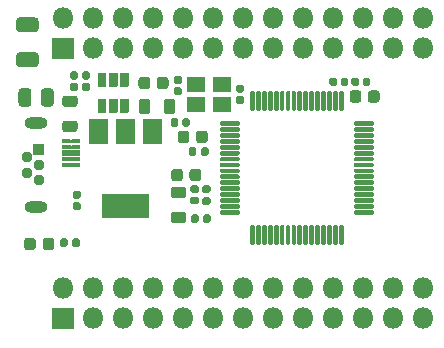
<source format=gbr>
%TF.GenerationSoftware,KiCad,Pcbnew,(5.1.8-0-10_14)*%
%TF.CreationDate,2020-11-28T23:42:33+01:00*%
%TF.ProjectId,FT2232Breakout,46543232-3332-4427-9265-616b6f75742e,rev?*%
%TF.SameCoordinates,Original*%
%TF.FileFunction,Soldermask,Top*%
%TF.FilePolarity,Negative*%
%FSLAX46Y46*%
G04 Gerber Fmt 4.6, Leading zero omitted, Abs format (unit mm)*
G04 Created by KiCad (PCBNEW (5.1.8-0-10_14)) date 2020-11-28 23:42:33*
%MOMM*%
%LPD*%
G01*
G04 APERTURE LIST*
%ADD10O,1.800000X1.800000*%
%ADD11O,1.950000X0.950000*%
%ADD12C,0.940000*%
G04 APERTURE END LIST*
%TO.C,R106*%
G36*
G01*
X109610000Y-94990000D02*
X109610000Y-95410000D01*
G75*
G02*
X109450000Y-95570000I-160000J0D01*
G01*
X109130000Y-95570000D01*
G75*
G02*
X108970000Y-95410000I0J160000D01*
G01*
X108970000Y-94990000D01*
G75*
G02*
X109130000Y-94830000I160000J0D01*
G01*
X109450000Y-94830000D01*
G75*
G02*
X109610000Y-94990000I0J-160000D01*
G01*
G37*
G36*
G01*
X110630000Y-94990000D02*
X110630000Y-95410000D01*
G75*
G02*
X110470000Y-95570000I-160000J0D01*
G01*
X110150000Y-95570000D01*
G75*
G02*
X109990000Y-95410000I0J160000D01*
G01*
X109990000Y-94990000D01*
G75*
G02*
X110150000Y-94830000I160000J0D01*
G01*
X110470000Y-94830000D01*
G75*
G02*
X110630000Y-94990000I0J-160000D01*
G01*
G37*
%TD*%
%TO.C,D101*%
G36*
G01*
X107500000Y-95581250D02*
X107500000Y-95018750D01*
G75*
G02*
X107743750Y-94775000I243750J0D01*
G01*
X108231250Y-94775000D01*
G75*
G02*
X108475000Y-95018750I0J-243750D01*
G01*
X108475000Y-95581250D01*
G75*
G02*
X108231250Y-95825000I-243750J0D01*
G01*
X107743750Y-95825000D01*
G75*
G02*
X107500000Y-95581250I0J243750D01*
G01*
G37*
G36*
G01*
X105925000Y-95581250D02*
X105925000Y-95018750D01*
G75*
G02*
X106168750Y-94775000I243750J0D01*
G01*
X106656250Y-94775000D01*
G75*
G02*
X106900000Y-95018750I0J-243750D01*
G01*
X106900000Y-95581250D01*
G75*
G02*
X106656250Y-95825000I-243750J0D01*
G01*
X106168750Y-95825000D01*
G75*
G02*
X105925000Y-95581250I0J243750D01*
G01*
G37*
%TD*%
%TO.C,C103*%
G36*
G01*
X119925000Y-85955000D02*
X119925000Y-86505000D01*
G75*
G02*
X119675000Y-86755000I-250000J0D01*
G01*
X119175000Y-86755000D01*
G75*
G02*
X118925000Y-86505000I0J250000D01*
G01*
X118925000Y-85955000D01*
G75*
G02*
X119175000Y-85705000I250000J0D01*
G01*
X119675000Y-85705000D01*
G75*
G02*
X119925000Y-85955000I0J-250000D01*
G01*
G37*
G36*
G01*
X121475000Y-85955000D02*
X121475000Y-86505000D01*
G75*
G02*
X121225000Y-86755000I-250000J0D01*
G01*
X120725000Y-86755000D01*
G75*
G02*
X120475000Y-86505000I0J250000D01*
G01*
X120475000Y-85955000D01*
G75*
G02*
X120725000Y-85705000I250000J0D01*
G01*
X121225000Y-85705000D01*
G75*
G02*
X121475000Y-85955000I0J-250000D01*
G01*
G37*
%TD*%
%TO.C,R105*%
G36*
G01*
X121080000Y-93360000D02*
X121080000Y-92940000D01*
G75*
G02*
X121240000Y-92780000I160000J0D01*
G01*
X121560000Y-92780000D01*
G75*
G02*
X121720000Y-92940000I0J-160000D01*
G01*
X121720000Y-93360000D01*
G75*
G02*
X121560000Y-93520000I-160000J0D01*
G01*
X121240000Y-93520000D01*
G75*
G02*
X121080000Y-93360000I0J160000D01*
G01*
G37*
G36*
G01*
X120060000Y-93360000D02*
X120060000Y-92940000D01*
G75*
G02*
X120220000Y-92780000I160000J0D01*
G01*
X120540000Y-92780000D01*
G75*
G02*
X120700000Y-92940000I0J-160000D01*
G01*
X120700000Y-93360000D01*
G75*
G02*
X120540000Y-93520000I-160000J0D01*
G01*
X120220000Y-93520000D01*
G75*
G02*
X120060000Y-93360000I0J160000D01*
G01*
G37*
%TD*%
%TO.C,Y101*%
G36*
G01*
X123430000Y-82910000D02*
X123430000Y-84110000D01*
G75*
G02*
X123380000Y-84160000I-50000J0D01*
G01*
X121980000Y-84160000D01*
G75*
G02*
X121930000Y-84110000I0J50000D01*
G01*
X121930000Y-82910000D01*
G75*
G02*
X121980000Y-82860000I50000J0D01*
G01*
X123380000Y-82860000D01*
G75*
G02*
X123430000Y-82910000I0J-50000D01*
G01*
G37*
G36*
G01*
X121230000Y-82910000D02*
X121230000Y-84110000D01*
G75*
G02*
X121180000Y-84160000I-50000J0D01*
G01*
X119780000Y-84160000D01*
G75*
G02*
X119730000Y-84110000I0J50000D01*
G01*
X119730000Y-82910000D01*
G75*
G02*
X119780000Y-82860000I50000J0D01*
G01*
X121180000Y-82860000D01*
G75*
G02*
X121230000Y-82910000I0J-50000D01*
G01*
G37*
G36*
G01*
X121230000Y-81210000D02*
X121230000Y-82410000D01*
G75*
G02*
X121180000Y-82460000I-50000J0D01*
G01*
X119780000Y-82460000D01*
G75*
G02*
X119730000Y-82410000I0J50000D01*
G01*
X119730000Y-81210000D01*
G75*
G02*
X119780000Y-81160000I50000J0D01*
G01*
X121180000Y-81160000D01*
G75*
G02*
X121230000Y-81210000I0J-50000D01*
G01*
G37*
G36*
G01*
X123430000Y-81210000D02*
X123430000Y-82410000D01*
G75*
G02*
X123380000Y-82460000I-50000J0D01*
G01*
X121980000Y-82460000D01*
G75*
G02*
X121930000Y-82410000I0J50000D01*
G01*
X121930000Y-81210000D01*
G75*
G02*
X121980000Y-81160000I50000J0D01*
G01*
X123380000Y-81160000D01*
G75*
G02*
X123430000Y-81210000I0J-50000D01*
G01*
G37*
%TD*%
%TO.C,U402*%
G36*
G01*
X110600000Y-88275000D02*
X109975000Y-88275000D01*
G75*
G02*
X109925000Y-88225000I0J50000D01*
G01*
X109925000Y-87975000D01*
G75*
G02*
X109975000Y-87925000I50000J0D01*
G01*
X110600000Y-87925000D01*
G75*
G02*
X110650000Y-87975000I0J-50000D01*
G01*
X110650000Y-88225000D01*
G75*
G02*
X110600000Y-88275000I-50000J0D01*
G01*
G37*
G36*
G01*
X110600000Y-87875000D02*
X109900000Y-87875000D01*
G75*
G02*
X109850000Y-87825000I0J50000D01*
G01*
X109850000Y-87375000D01*
G75*
G02*
X109900000Y-87325000I50000J0D01*
G01*
X110600000Y-87325000D01*
G75*
G02*
X110650000Y-87375000I0J-50000D01*
G01*
X110650000Y-87825000D01*
G75*
G02*
X110600000Y-87875000I-50000J0D01*
G01*
G37*
G36*
G01*
X110600000Y-88775000D02*
X109975000Y-88775000D01*
G75*
G02*
X109925000Y-88725000I0J50000D01*
G01*
X109925000Y-88475000D01*
G75*
G02*
X109975000Y-88425000I50000J0D01*
G01*
X110600000Y-88425000D01*
G75*
G02*
X110650000Y-88475000I0J-50000D01*
G01*
X110650000Y-88725000D01*
G75*
G02*
X110600000Y-88775000I-50000J0D01*
G01*
G37*
G36*
G01*
X110600000Y-87275000D02*
X109975000Y-87275000D01*
G75*
G02*
X109925000Y-87225000I0J50000D01*
G01*
X109925000Y-86975000D01*
G75*
G02*
X109975000Y-86925000I50000J0D01*
G01*
X110600000Y-86925000D01*
G75*
G02*
X110650000Y-86975000I0J-50000D01*
G01*
X110650000Y-87225000D01*
G75*
G02*
X110600000Y-87275000I-50000J0D01*
G01*
G37*
G36*
G01*
X109825000Y-88775000D02*
X109200000Y-88775000D01*
G75*
G02*
X109150000Y-88725000I0J50000D01*
G01*
X109150000Y-88475000D01*
G75*
G02*
X109200000Y-88425000I50000J0D01*
G01*
X109825000Y-88425000D01*
G75*
G02*
X109875000Y-88475000I0J-50000D01*
G01*
X109875000Y-88725000D01*
G75*
G02*
X109825000Y-88775000I-50000J0D01*
G01*
G37*
G36*
G01*
X109825000Y-88275000D02*
X109200000Y-88275000D01*
G75*
G02*
X109150000Y-88225000I0J50000D01*
G01*
X109150000Y-87975000D01*
G75*
G02*
X109200000Y-87925000I50000J0D01*
G01*
X109825000Y-87925000D01*
G75*
G02*
X109875000Y-87975000I0J-50000D01*
G01*
X109875000Y-88225000D01*
G75*
G02*
X109825000Y-88275000I-50000J0D01*
G01*
G37*
G36*
G01*
X110600000Y-86775000D02*
X109975000Y-86775000D01*
G75*
G02*
X109925000Y-86725000I0J50000D01*
G01*
X109925000Y-86475000D01*
G75*
G02*
X109975000Y-86425000I50000J0D01*
G01*
X110600000Y-86425000D01*
G75*
G02*
X110650000Y-86475000I0J-50000D01*
G01*
X110650000Y-86725000D01*
G75*
G02*
X110600000Y-86775000I-50000J0D01*
G01*
G37*
G36*
G01*
X109775000Y-87875000D02*
X109200000Y-87875000D01*
G75*
G02*
X109150000Y-87825000I0J50000D01*
G01*
X109150000Y-87375000D01*
G75*
G02*
X109200000Y-87325000I50000J0D01*
G01*
X109775000Y-87325000D01*
G75*
G02*
X109825000Y-87375000I0J-50000D01*
G01*
X109825000Y-87825000D01*
G75*
G02*
X109775000Y-87875000I-50000J0D01*
G01*
G37*
G36*
G01*
X109825000Y-86775000D02*
X109200000Y-86775000D01*
G75*
G02*
X109150000Y-86725000I0J50000D01*
G01*
X109150000Y-86475000D01*
G75*
G02*
X109200000Y-86425000I50000J0D01*
G01*
X109825000Y-86425000D01*
G75*
G02*
X109875000Y-86475000I0J-50000D01*
G01*
X109875000Y-86725000D01*
G75*
G02*
X109825000Y-86775000I-50000J0D01*
G01*
G37*
G36*
G01*
X109825000Y-87275000D02*
X109200000Y-87275000D01*
G75*
G02*
X109150000Y-87225000I0J50000D01*
G01*
X109150000Y-86975000D01*
G75*
G02*
X109200000Y-86925000I50000J0D01*
G01*
X109825000Y-86925000D01*
G75*
G02*
X109875000Y-86975000I0J-50000D01*
G01*
X109875000Y-87225000D01*
G75*
G02*
X109825000Y-87275000I-50000J0D01*
G01*
G37*
%TD*%
%TO.C,U103*%
G36*
G01*
X125070000Y-83910000D02*
X125070000Y-82460000D01*
G75*
G02*
X125170000Y-82360000I100000J0D01*
G01*
X125370000Y-82360000D01*
G75*
G02*
X125470000Y-82460000I0J-100000D01*
G01*
X125470000Y-83910000D01*
G75*
G02*
X125370000Y-84010000I-100000J0D01*
G01*
X125170000Y-84010000D01*
G75*
G02*
X125070000Y-83910000I0J100000D01*
G01*
G37*
G36*
G01*
X125570000Y-83910000D02*
X125570000Y-82460000D01*
G75*
G02*
X125670000Y-82360000I100000J0D01*
G01*
X125870000Y-82360000D01*
G75*
G02*
X125970000Y-82460000I0J-100000D01*
G01*
X125970000Y-83910000D01*
G75*
G02*
X125870000Y-84010000I-100000J0D01*
G01*
X125670000Y-84010000D01*
G75*
G02*
X125570000Y-83910000I0J100000D01*
G01*
G37*
G36*
G01*
X126070000Y-83910000D02*
X126070000Y-82460000D01*
G75*
G02*
X126170000Y-82360000I100000J0D01*
G01*
X126370000Y-82360000D01*
G75*
G02*
X126470000Y-82460000I0J-100000D01*
G01*
X126470000Y-83910000D01*
G75*
G02*
X126370000Y-84010000I-100000J0D01*
G01*
X126170000Y-84010000D01*
G75*
G02*
X126070000Y-83910000I0J100000D01*
G01*
G37*
G36*
G01*
X126570000Y-83910000D02*
X126570000Y-82460000D01*
G75*
G02*
X126670000Y-82360000I100000J0D01*
G01*
X126870000Y-82360000D01*
G75*
G02*
X126970000Y-82460000I0J-100000D01*
G01*
X126970000Y-83910000D01*
G75*
G02*
X126870000Y-84010000I-100000J0D01*
G01*
X126670000Y-84010000D01*
G75*
G02*
X126570000Y-83910000I0J100000D01*
G01*
G37*
G36*
G01*
X127070000Y-83910000D02*
X127070000Y-82460000D01*
G75*
G02*
X127170000Y-82360000I100000J0D01*
G01*
X127370000Y-82360000D01*
G75*
G02*
X127470000Y-82460000I0J-100000D01*
G01*
X127470000Y-83910000D01*
G75*
G02*
X127370000Y-84010000I-100000J0D01*
G01*
X127170000Y-84010000D01*
G75*
G02*
X127070000Y-83910000I0J100000D01*
G01*
G37*
G36*
G01*
X127570000Y-83910000D02*
X127570000Y-82460000D01*
G75*
G02*
X127670000Y-82360000I100000J0D01*
G01*
X127870000Y-82360000D01*
G75*
G02*
X127970000Y-82460000I0J-100000D01*
G01*
X127970000Y-83910000D01*
G75*
G02*
X127870000Y-84010000I-100000J0D01*
G01*
X127670000Y-84010000D01*
G75*
G02*
X127570000Y-83910000I0J100000D01*
G01*
G37*
G36*
G01*
X128070000Y-83910000D02*
X128070000Y-82460000D01*
G75*
G02*
X128170000Y-82360000I100000J0D01*
G01*
X128370000Y-82360000D01*
G75*
G02*
X128470000Y-82460000I0J-100000D01*
G01*
X128470000Y-83910000D01*
G75*
G02*
X128370000Y-84010000I-100000J0D01*
G01*
X128170000Y-84010000D01*
G75*
G02*
X128070000Y-83910000I0J100000D01*
G01*
G37*
G36*
G01*
X128570000Y-83910000D02*
X128570000Y-82460000D01*
G75*
G02*
X128670000Y-82360000I100000J0D01*
G01*
X128870000Y-82360000D01*
G75*
G02*
X128970000Y-82460000I0J-100000D01*
G01*
X128970000Y-83910000D01*
G75*
G02*
X128870000Y-84010000I-100000J0D01*
G01*
X128670000Y-84010000D01*
G75*
G02*
X128570000Y-83910000I0J100000D01*
G01*
G37*
G36*
G01*
X129070000Y-83910000D02*
X129070000Y-82460000D01*
G75*
G02*
X129170000Y-82360000I100000J0D01*
G01*
X129370000Y-82360000D01*
G75*
G02*
X129470000Y-82460000I0J-100000D01*
G01*
X129470000Y-83910000D01*
G75*
G02*
X129370000Y-84010000I-100000J0D01*
G01*
X129170000Y-84010000D01*
G75*
G02*
X129070000Y-83910000I0J100000D01*
G01*
G37*
G36*
G01*
X129570000Y-83910000D02*
X129570000Y-82460000D01*
G75*
G02*
X129670000Y-82360000I100000J0D01*
G01*
X129870000Y-82360000D01*
G75*
G02*
X129970000Y-82460000I0J-100000D01*
G01*
X129970000Y-83910000D01*
G75*
G02*
X129870000Y-84010000I-100000J0D01*
G01*
X129670000Y-84010000D01*
G75*
G02*
X129570000Y-83910000I0J100000D01*
G01*
G37*
G36*
G01*
X130070000Y-83910000D02*
X130070000Y-82460000D01*
G75*
G02*
X130170000Y-82360000I100000J0D01*
G01*
X130370000Y-82360000D01*
G75*
G02*
X130470000Y-82460000I0J-100000D01*
G01*
X130470000Y-83910000D01*
G75*
G02*
X130370000Y-84010000I-100000J0D01*
G01*
X130170000Y-84010000D01*
G75*
G02*
X130070000Y-83910000I0J100000D01*
G01*
G37*
G36*
G01*
X130570000Y-83910000D02*
X130570000Y-82460000D01*
G75*
G02*
X130670000Y-82360000I100000J0D01*
G01*
X130870000Y-82360000D01*
G75*
G02*
X130970000Y-82460000I0J-100000D01*
G01*
X130970000Y-83910000D01*
G75*
G02*
X130870000Y-84010000I-100000J0D01*
G01*
X130670000Y-84010000D01*
G75*
G02*
X130570000Y-83910000I0J100000D01*
G01*
G37*
G36*
G01*
X131070000Y-83910000D02*
X131070000Y-82460000D01*
G75*
G02*
X131170000Y-82360000I100000J0D01*
G01*
X131370000Y-82360000D01*
G75*
G02*
X131470000Y-82460000I0J-100000D01*
G01*
X131470000Y-83910000D01*
G75*
G02*
X131370000Y-84010000I-100000J0D01*
G01*
X131170000Y-84010000D01*
G75*
G02*
X131070000Y-83910000I0J100000D01*
G01*
G37*
G36*
G01*
X131570000Y-83910000D02*
X131570000Y-82460000D01*
G75*
G02*
X131670000Y-82360000I100000J0D01*
G01*
X131870000Y-82360000D01*
G75*
G02*
X131970000Y-82460000I0J-100000D01*
G01*
X131970000Y-83910000D01*
G75*
G02*
X131870000Y-84010000I-100000J0D01*
G01*
X131670000Y-84010000D01*
G75*
G02*
X131570000Y-83910000I0J100000D01*
G01*
G37*
G36*
G01*
X132070000Y-83910000D02*
X132070000Y-82460000D01*
G75*
G02*
X132170000Y-82360000I100000J0D01*
G01*
X132370000Y-82360000D01*
G75*
G02*
X132470000Y-82460000I0J-100000D01*
G01*
X132470000Y-83910000D01*
G75*
G02*
X132370000Y-84010000I-100000J0D01*
G01*
X132170000Y-84010000D01*
G75*
G02*
X132070000Y-83910000I0J100000D01*
G01*
G37*
G36*
G01*
X132570000Y-83910000D02*
X132570000Y-82460000D01*
G75*
G02*
X132670000Y-82360000I100000J0D01*
G01*
X132870000Y-82360000D01*
G75*
G02*
X132970000Y-82460000I0J-100000D01*
G01*
X132970000Y-83910000D01*
G75*
G02*
X132870000Y-84010000I-100000J0D01*
G01*
X132670000Y-84010000D01*
G75*
G02*
X132570000Y-83910000I0J100000D01*
G01*
G37*
G36*
G01*
X133870000Y-85210000D02*
X133870000Y-85010000D01*
G75*
G02*
X133970000Y-84910000I100000J0D01*
G01*
X135420000Y-84910000D01*
G75*
G02*
X135520000Y-85010000I0J-100000D01*
G01*
X135520000Y-85210000D01*
G75*
G02*
X135420000Y-85310000I-100000J0D01*
G01*
X133970000Y-85310000D01*
G75*
G02*
X133870000Y-85210000I0J100000D01*
G01*
G37*
G36*
G01*
X133870000Y-85710000D02*
X133870000Y-85510000D01*
G75*
G02*
X133970000Y-85410000I100000J0D01*
G01*
X135420000Y-85410000D01*
G75*
G02*
X135520000Y-85510000I0J-100000D01*
G01*
X135520000Y-85710000D01*
G75*
G02*
X135420000Y-85810000I-100000J0D01*
G01*
X133970000Y-85810000D01*
G75*
G02*
X133870000Y-85710000I0J100000D01*
G01*
G37*
G36*
G01*
X133870000Y-86210000D02*
X133870000Y-86010000D01*
G75*
G02*
X133970000Y-85910000I100000J0D01*
G01*
X135420000Y-85910000D01*
G75*
G02*
X135520000Y-86010000I0J-100000D01*
G01*
X135520000Y-86210000D01*
G75*
G02*
X135420000Y-86310000I-100000J0D01*
G01*
X133970000Y-86310000D01*
G75*
G02*
X133870000Y-86210000I0J100000D01*
G01*
G37*
G36*
G01*
X133870000Y-86710000D02*
X133870000Y-86510000D01*
G75*
G02*
X133970000Y-86410000I100000J0D01*
G01*
X135420000Y-86410000D01*
G75*
G02*
X135520000Y-86510000I0J-100000D01*
G01*
X135520000Y-86710000D01*
G75*
G02*
X135420000Y-86810000I-100000J0D01*
G01*
X133970000Y-86810000D01*
G75*
G02*
X133870000Y-86710000I0J100000D01*
G01*
G37*
G36*
G01*
X133870000Y-87210000D02*
X133870000Y-87010000D01*
G75*
G02*
X133970000Y-86910000I100000J0D01*
G01*
X135420000Y-86910000D01*
G75*
G02*
X135520000Y-87010000I0J-100000D01*
G01*
X135520000Y-87210000D01*
G75*
G02*
X135420000Y-87310000I-100000J0D01*
G01*
X133970000Y-87310000D01*
G75*
G02*
X133870000Y-87210000I0J100000D01*
G01*
G37*
G36*
G01*
X133870000Y-87710000D02*
X133870000Y-87510000D01*
G75*
G02*
X133970000Y-87410000I100000J0D01*
G01*
X135420000Y-87410000D01*
G75*
G02*
X135520000Y-87510000I0J-100000D01*
G01*
X135520000Y-87710000D01*
G75*
G02*
X135420000Y-87810000I-100000J0D01*
G01*
X133970000Y-87810000D01*
G75*
G02*
X133870000Y-87710000I0J100000D01*
G01*
G37*
G36*
G01*
X133870000Y-88210000D02*
X133870000Y-88010000D01*
G75*
G02*
X133970000Y-87910000I100000J0D01*
G01*
X135420000Y-87910000D01*
G75*
G02*
X135520000Y-88010000I0J-100000D01*
G01*
X135520000Y-88210000D01*
G75*
G02*
X135420000Y-88310000I-100000J0D01*
G01*
X133970000Y-88310000D01*
G75*
G02*
X133870000Y-88210000I0J100000D01*
G01*
G37*
G36*
G01*
X133870000Y-88710000D02*
X133870000Y-88510000D01*
G75*
G02*
X133970000Y-88410000I100000J0D01*
G01*
X135420000Y-88410000D01*
G75*
G02*
X135520000Y-88510000I0J-100000D01*
G01*
X135520000Y-88710000D01*
G75*
G02*
X135420000Y-88810000I-100000J0D01*
G01*
X133970000Y-88810000D01*
G75*
G02*
X133870000Y-88710000I0J100000D01*
G01*
G37*
G36*
G01*
X133870000Y-89210000D02*
X133870000Y-89010000D01*
G75*
G02*
X133970000Y-88910000I100000J0D01*
G01*
X135420000Y-88910000D01*
G75*
G02*
X135520000Y-89010000I0J-100000D01*
G01*
X135520000Y-89210000D01*
G75*
G02*
X135420000Y-89310000I-100000J0D01*
G01*
X133970000Y-89310000D01*
G75*
G02*
X133870000Y-89210000I0J100000D01*
G01*
G37*
G36*
G01*
X133870000Y-89710000D02*
X133870000Y-89510000D01*
G75*
G02*
X133970000Y-89410000I100000J0D01*
G01*
X135420000Y-89410000D01*
G75*
G02*
X135520000Y-89510000I0J-100000D01*
G01*
X135520000Y-89710000D01*
G75*
G02*
X135420000Y-89810000I-100000J0D01*
G01*
X133970000Y-89810000D01*
G75*
G02*
X133870000Y-89710000I0J100000D01*
G01*
G37*
G36*
G01*
X133870000Y-90210000D02*
X133870000Y-90010000D01*
G75*
G02*
X133970000Y-89910000I100000J0D01*
G01*
X135420000Y-89910000D01*
G75*
G02*
X135520000Y-90010000I0J-100000D01*
G01*
X135520000Y-90210000D01*
G75*
G02*
X135420000Y-90310000I-100000J0D01*
G01*
X133970000Y-90310000D01*
G75*
G02*
X133870000Y-90210000I0J100000D01*
G01*
G37*
G36*
G01*
X133870000Y-90710000D02*
X133870000Y-90510000D01*
G75*
G02*
X133970000Y-90410000I100000J0D01*
G01*
X135420000Y-90410000D01*
G75*
G02*
X135520000Y-90510000I0J-100000D01*
G01*
X135520000Y-90710000D01*
G75*
G02*
X135420000Y-90810000I-100000J0D01*
G01*
X133970000Y-90810000D01*
G75*
G02*
X133870000Y-90710000I0J100000D01*
G01*
G37*
G36*
G01*
X133870000Y-91210000D02*
X133870000Y-91010000D01*
G75*
G02*
X133970000Y-90910000I100000J0D01*
G01*
X135420000Y-90910000D01*
G75*
G02*
X135520000Y-91010000I0J-100000D01*
G01*
X135520000Y-91210000D01*
G75*
G02*
X135420000Y-91310000I-100000J0D01*
G01*
X133970000Y-91310000D01*
G75*
G02*
X133870000Y-91210000I0J100000D01*
G01*
G37*
G36*
G01*
X133870000Y-91710000D02*
X133870000Y-91510000D01*
G75*
G02*
X133970000Y-91410000I100000J0D01*
G01*
X135420000Y-91410000D01*
G75*
G02*
X135520000Y-91510000I0J-100000D01*
G01*
X135520000Y-91710000D01*
G75*
G02*
X135420000Y-91810000I-100000J0D01*
G01*
X133970000Y-91810000D01*
G75*
G02*
X133870000Y-91710000I0J100000D01*
G01*
G37*
G36*
G01*
X133870000Y-92210000D02*
X133870000Y-92010000D01*
G75*
G02*
X133970000Y-91910000I100000J0D01*
G01*
X135420000Y-91910000D01*
G75*
G02*
X135520000Y-92010000I0J-100000D01*
G01*
X135520000Y-92210000D01*
G75*
G02*
X135420000Y-92310000I-100000J0D01*
G01*
X133970000Y-92310000D01*
G75*
G02*
X133870000Y-92210000I0J100000D01*
G01*
G37*
G36*
G01*
X133870000Y-92710000D02*
X133870000Y-92510000D01*
G75*
G02*
X133970000Y-92410000I100000J0D01*
G01*
X135420000Y-92410000D01*
G75*
G02*
X135520000Y-92510000I0J-100000D01*
G01*
X135520000Y-92710000D01*
G75*
G02*
X135420000Y-92810000I-100000J0D01*
G01*
X133970000Y-92810000D01*
G75*
G02*
X133870000Y-92710000I0J100000D01*
G01*
G37*
G36*
G01*
X132570000Y-95260000D02*
X132570000Y-93810000D01*
G75*
G02*
X132670000Y-93710000I100000J0D01*
G01*
X132870000Y-93710000D01*
G75*
G02*
X132970000Y-93810000I0J-100000D01*
G01*
X132970000Y-95260000D01*
G75*
G02*
X132870000Y-95360000I-100000J0D01*
G01*
X132670000Y-95360000D01*
G75*
G02*
X132570000Y-95260000I0J100000D01*
G01*
G37*
G36*
G01*
X132070000Y-95260000D02*
X132070000Y-93810000D01*
G75*
G02*
X132170000Y-93710000I100000J0D01*
G01*
X132370000Y-93710000D01*
G75*
G02*
X132470000Y-93810000I0J-100000D01*
G01*
X132470000Y-95260000D01*
G75*
G02*
X132370000Y-95360000I-100000J0D01*
G01*
X132170000Y-95360000D01*
G75*
G02*
X132070000Y-95260000I0J100000D01*
G01*
G37*
G36*
G01*
X131570000Y-95260000D02*
X131570000Y-93810000D01*
G75*
G02*
X131670000Y-93710000I100000J0D01*
G01*
X131870000Y-93710000D01*
G75*
G02*
X131970000Y-93810000I0J-100000D01*
G01*
X131970000Y-95260000D01*
G75*
G02*
X131870000Y-95360000I-100000J0D01*
G01*
X131670000Y-95360000D01*
G75*
G02*
X131570000Y-95260000I0J100000D01*
G01*
G37*
G36*
G01*
X131070000Y-95260000D02*
X131070000Y-93810000D01*
G75*
G02*
X131170000Y-93710000I100000J0D01*
G01*
X131370000Y-93710000D01*
G75*
G02*
X131470000Y-93810000I0J-100000D01*
G01*
X131470000Y-95260000D01*
G75*
G02*
X131370000Y-95360000I-100000J0D01*
G01*
X131170000Y-95360000D01*
G75*
G02*
X131070000Y-95260000I0J100000D01*
G01*
G37*
G36*
G01*
X130570000Y-95260000D02*
X130570000Y-93810000D01*
G75*
G02*
X130670000Y-93710000I100000J0D01*
G01*
X130870000Y-93710000D01*
G75*
G02*
X130970000Y-93810000I0J-100000D01*
G01*
X130970000Y-95260000D01*
G75*
G02*
X130870000Y-95360000I-100000J0D01*
G01*
X130670000Y-95360000D01*
G75*
G02*
X130570000Y-95260000I0J100000D01*
G01*
G37*
G36*
G01*
X130070000Y-95260000D02*
X130070000Y-93810000D01*
G75*
G02*
X130170000Y-93710000I100000J0D01*
G01*
X130370000Y-93710000D01*
G75*
G02*
X130470000Y-93810000I0J-100000D01*
G01*
X130470000Y-95260000D01*
G75*
G02*
X130370000Y-95360000I-100000J0D01*
G01*
X130170000Y-95360000D01*
G75*
G02*
X130070000Y-95260000I0J100000D01*
G01*
G37*
G36*
G01*
X129570000Y-95260000D02*
X129570000Y-93810000D01*
G75*
G02*
X129670000Y-93710000I100000J0D01*
G01*
X129870000Y-93710000D01*
G75*
G02*
X129970000Y-93810000I0J-100000D01*
G01*
X129970000Y-95260000D01*
G75*
G02*
X129870000Y-95360000I-100000J0D01*
G01*
X129670000Y-95360000D01*
G75*
G02*
X129570000Y-95260000I0J100000D01*
G01*
G37*
G36*
G01*
X129070000Y-95260000D02*
X129070000Y-93810000D01*
G75*
G02*
X129170000Y-93710000I100000J0D01*
G01*
X129370000Y-93710000D01*
G75*
G02*
X129470000Y-93810000I0J-100000D01*
G01*
X129470000Y-95260000D01*
G75*
G02*
X129370000Y-95360000I-100000J0D01*
G01*
X129170000Y-95360000D01*
G75*
G02*
X129070000Y-95260000I0J100000D01*
G01*
G37*
G36*
G01*
X128570000Y-95260000D02*
X128570000Y-93810000D01*
G75*
G02*
X128670000Y-93710000I100000J0D01*
G01*
X128870000Y-93710000D01*
G75*
G02*
X128970000Y-93810000I0J-100000D01*
G01*
X128970000Y-95260000D01*
G75*
G02*
X128870000Y-95360000I-100000J0D01*
G01*
X128670000Y-95360000D01*
G75*
G02*
X128570000Y-95260000I0J100000D01*
G01*
G37*
G36*
G01*
X128070000Y-95260000D02*
X128070000Y-93810000D01*
G75*
G02*
X128170000Y-93710000I100000J0D01*
G01*
X128370000Y-93710000D01*
G75*
G02*
X128470000Y-93810000I0J-100000D01*
G01*
X128470000Y-95260000D01*
G75*
G02*
X128370000Y-95360000I-100000J0D01*
G01*
X128170000Y-95360000D01*
G75*
G02*
X128070000Y-95260000I0J100000D01*
G01*
G37*
G36*
G01*
X127570000Y-95260000D02*
X127570000Y-93810000D01*
G75*
G02*
X127670000Y-93710000I100000J0D01*
G01*
X127870000Y-93710000D01*
G75*
G02*
X127970000Y-93810000I0J-100000D01*
G01*
X127970000Y-95260000D01*
G75*
G02*
X127870000Y-95360000I-100000J0D01*
G01*
X127670000Y-95360000D01*
G75*
G02*
X127570000Y-95260000I0J100000D01*
G01*
G37*
G36*
G01*
X127070000Y-95260000D02*
X127070000Y-93810000D01*
G75*
G02*
X127170000Y-93710000I100000J0D01*
G01*
X127370000Y-93710000D01*
G75*
G02*
X127470000Y-93810000I0J-100000D01*
G01*
X127470000Y-95260000D01*
G75*
G02*
X127370000Y-95360000I-100000J0D01*
G01*
X127170000Y-95360000D01*
G75*
G02*
X127070000Y-95260000I0J100000D01*
G01*
G37*
G36*
G01*
X126570000Y-95260000D02*
X126570000Y-93810000D01*
G75*
G02*
X126670000Y-93710000I100000J0D01*
G01*
X126870000Y-93710000D01*
G75*
G02*
X126970000Y-93810000I0J-100000D01*
G01*
X126970000Y-95260000D01*
G75*
G02*
X126870000Y-95360000I-100000J0D01*
G01*
X126670000Y-95360000D01*
G75*
G02*
X126570000Y-95260000I0J100000D01*
G01*
G37*
G36*
G01*
X126070000Y-95260000D02*
X126070000Y-93810000D01*
G75*
G02*
X126170000Y-93710000I100000J0D01*
G01*
X126370000Y-93710000D01*
G75*
G02*
X126470000Y-93810000I0J-100000D01*
G01*
X126470000Y-95260000D01*
G75*
G02*
X126370000Y-95360000I-100000J0D01*
G01*
X126170000Y-95360000D01*
G75*
G02*
X126070000Y-95260000I0J100000D01*
G01*
G37*
G36*
G01*
X125570000Y-95260000D02*
X125570000Y-93810000D01*
G75*
G02*
X125670000Y-93710000I100000J0D01*
G01*
X125870000Y-93710000D01*
G75*
G02*
X125970000Y-93810000I0J-100000D01*
G01*
X125970000Y-95260000D01*
G75*
G02*
X125870000Y-95360000I-100000J0D01*
G01*
X125670000Y-95360000D01*
G75*
G02*
X125570000Y-95260000I0J100000D01*
G01*
G37*
G36*
G01*
X125070000Y-95260000D02*
X125070000Y-93810000D01*
G75*
G02*
X125170000Y-93710000I100000J0D01*
G01*
X125370000Y-93710000D01*
G75*
G02*
X125470000Y-93810000I0J-100000D01*
G01*
X125470000Y-95260000D01*
G75*
G02*
X125370000Y-95360000I-100000J0D01*
G01*
X125170000Y-95360000D01*
G75*
G02*
X125070000Y-95260000I0J100000D01*
G01*
G37*
G36*
G01*
X122520000Y-92710000D02*
X122520000Y-92510000D01*
G75*
G02*
X122620000Y-92410000I100000J0D01*
G01*
X124070000Y-92410000D01*
G75*
G02*
X124170000Y-92510000I0J-100000D01*
G01*
X124170000Y-92710000D01*
G75*
G02*
X124070000Y-92810000I-100000J0D01*
G01*
X122620000Y-92810000D01*
G75*
G02*
X122520000Y-92710000I0J100000D01*
G01*
G37*
G36*
G01*
X122520000Y-92210000D02*
X122520000Y-92010000D01*
G75*
G02*
X122620000Y-91910000I100000J0D01*
G01*
X124070000Y-91910000D01*
G75*
G02*
X124170000Y-92010000I0J-100000D01*
G01*
X124170000Y-92210000D01*
G75*
G02*
X124070000Y-92310000I-100000J0D01*
G01*
X122620000Y-92310000D01*
G75*
G02*
X122520000Y-92210000I0J100000D01*
G01*
G37*
G36*
G01*
X122520000Y-91710000D02*
X122520000Y-91510000D01*
G75*
G02*
X122620000Y-91410000I100000J0D01*
G01*
X124070000Y-91410000D01*
G75*
G02*
X124170000Y-91510000I0J-100000D01*
G01*
X124170000Y-91710000D01*
G75*
G02*
X124070000Y-91810000I-100000J0D01*
G01*
X122620000Y-91810000D01*
G75*
G02*
X122520000Y-91710000I0J100000D01*
G01*
G37*
G36*
G01*
X122520000Y-91210000D02*
X122520000Y-91010000D01*
G75*
G02*
X122620000Y-90910000I100000J0D01*
G01*
X124070000Y-90910000D01*
G75*
G02*
X124170000Y-91010000I0J-100000D01*
G01*
X124170000Y-91210000D01*
G75*
G02*
X124070000Y-91310000I-100000J0D01*
G01*
X122620000Y-91310000D01*
G75*
G02*
X122520000Y-91210000I0J100000D01*
G01*
G37*
G36*
G01*
X122520000Y-90710000D02*
X122520000Y-90510000D01*
G75*
G02*
X122620000Y-90410000I100000J0D01*
G01*
X124070000Y-90410000D01*
G75*
G02*
X124170000Y-90510000I0J-100000D01*
G01*
X124170000Y-90710000D01*
G75*
G02*
X124070000Y-90810000I-100000J0D01*
G01*
X122620000Y-90810000D01*
G75*
G02*
X122520000Y-90710000I0J100000D01*
G01*
G37*
G36*
G01*
X122520000Y-90210000D02*
X122520000Y-90010000D01*
G75*
G02*
X122620000Y-89910000I100000J0D01*
G01*
X124070000Y-89910000D01*
G75*
G02*
X124170000Y-90010000I0J-100000D01*
G01*
X124170000Y-90210000D01*
G75*
G02*
X124070000Y-90310000I-100000J0D01*
G01*
X122620000Y-90310000D01*
G75*
G02*
X122520000Y-90210000I0J100000D01*
G01*
G37*
G36*
G01*
X122520000Y-89710000D02*
X122520000Y-89510000D01*
G75*
G02*
X122620000Y-89410000I100000J0D01*
G01*
X124070000Y-89410000D01*
G75*
G02*
X124170000Y-89510000I0J-100000D01*
G01*
X124170000Y-89710000D01*
G75*
G02*
X124070000Y-89810000I-100000J0D01*
G01*
X122620000Y-89810000D01*
G75*
G02*
X122520000Y-89710000I0J100000D01*
G01*
G37*
G36*
G01*
X122520000Y-89210000D02*
X122520000Y-89010000D01*
G75*
G02*
X122620000Y-88910000I100000J0D01*
G01*
X124070000Y-88910000D01*
G75*
G02*
X124170000Y-89010000I0J-100000D01*
G01*
X124170000Y-89210000D01*
G75*
G02*
X124070000Y-89310000I-100000J0D01*
G01*
X122620000Y-89310000D01*
G75*
G02*
X122520000Y-89210000I0J100000D01*
G01*
G37*
G36*
G01*
X122520000Y-88710000D02*
X122520000Y-88510000D01*
G75*
G02*
X122620000Y-88410000I100000J0D01*
G01*
X124070000Y-88410000D01*
G75*
G02*
X124170000Y-88510000I0J-100000D01*
G01*
X124170000Y-88710000D01*
G75*
G02*
X124070000Y-88810000I-100000J0D01*
G01*
X122620000Y-88810000D01*
G75*
G02*
X122520000Y-88710000I0J100000D01*
G01*
G37*
G36*
G01*
X122520000Y-88210000D02*
X122520000Y-88010000D01*
G75*
G02*
X122620000Y-87910000I100000J0D01*
G01*
X124070000Y-87910000D01*
G75*
G02*
X124170000Y-88010000I0J-100000D01*
G01*
X124170000Y-88210000D01*
G75*
G02*
X124070000Y-88310000I-100000J0D01*
G01*
X122620000Y-88310000D01*
G75*
G02*
X122520000Y-88210000I0J100000D01*
G01*
G37*
G36*
G01*
X122520000Y-87710000D02*
X122520000Y-87510000D01*
G75*
G02*
X122620000Y-87410000I100000J0D01*
G01*
X124070000Y-87410000D01*
G75*
G02*
X124170000Y-87510000I0J-100000D01*
G01*
X124170000Y-87710000D01*
G75*
G02*
X124070000Y-87810000I-100000J0D01*
G01*
X122620000Y-87810000D01*
G75*
G02*
X122520000Y-87710000I0J100000D01*
G01*
G37*
G36*
G01*
X122520000Y-87210000D02*
X122520000Y-87010000D01*
G75*
G02*
X122620000Y-86910000I100000J0D01*
G01*
X124070000Y-86910000D01*
G75*
G02*
X124170000Y-87010000I0J-100000D01*
G01*
X124170000Y-87210000D01*
G75*
G02*
X124070000Y-87310000I-100000J0D01*
G01*
X122620000Y-87310000D01*
G75*
G02*
X122520000Y-87210000I0J100000D01*
G01*
G37*
G36*
G01*
X122520000Y-86710000D02*
X122520000Y-86510000D01*
G75*
G02*
X122620000Y-86410000I100000J0D01*
G01*
X124070000Y-86410000D01*
G75*
G02*
X124170000Y-86510000I0J-100000D01*
G01*
X124170000Y-86710000D01*
G75*
G02*
X124070000Y-86810000I-100000J0D01*
G01*
X122620000Y-86810000D01*
G75*
G02*
X122520000Y-86710000I0J100000D01*
G01*
G37*
G36*
G01*
X122520000Y-86210000D02*
X122520000Y-86010000D01*
G75*
G02*
X122620000Y-85910000I100000J0D01*
G01*
X124070000Y-85910000D01*
G75*
G02*
X124170000Y-86010000I0J-100000D01*
G01*
X124170000Y-86210000D01*
G75*
G02*
X124070000Y-86310000I-100000J0D01*
G01*
X122620000Y-86310000D01*
G75*
G02*
X122520000Y-86210000I0J100000D01*
G01*
G37*
G36*
G01*
X122520000Y-85710000D02*
X122520000Y-85510000D01*
G75*
G02*
X122620000Y-85410000I100000J0D01*
G01*
X124070000Y-85410000D01*
G75*
G02*
X124170000Y-85510000I0J-100000D01*
G01*
X124170000Y-85710000D01*
G75*
G02*
X124070000Y-85810000I-100000J0D01*
G01*
X122620000Y-85810000D01*
G75*
G02*
X122520000Y-85710000I0J100000D01*
G01*
G37*
G36*
G01*
X122520000Y-85210000D02*
X122520000Y-85010000D01*
G75*
G02*
X122620000Y-84910000I100000J0D01*
G01*
X124070000Y-84910000D01*
G75*
G02*
X124170000Y-85010000I0J-100000D01*
G01*
X124170000Y-85210000D01*
G75*
G02*
X124070000Y-85310000I-100000J0D01*
G01*
X122620000Y-85310000D01*
G75*
G02*
X122520000Y-85210000I0J100000D01*
G01*
G37*
%TD*%
%TO.C,U102*%
G36*
G01*
X113795000Y-81980000D02*
X113145000Y-81980000D01*
G75*
G02*
X113095000Y-81930000I0J50000D01*
G01*
X113095000Y-80870000D01*
G75*
G02*
X113145000Y-80820000I50000J0D01*
G01*
X113795000Y-80820000D01*
G75*
G02*
X113845000Y-80870000I0J-50000D01*
G01*
X113845000Y-81930000D01*
G75*
G02*
X113795000Y-81980000I-50000J0D01*
G01*
G37*
G36*
G01*
X112845000Y-81980000D02*
X112195000Y-81980000D01*
G75*
G02*
X112145000Y-81930000I0J50000D01*
G01*
X112145000Y-80870000D01*
G75*
G02*
X112195000Y-80820000I50000J0D01*
G01*
X112845000Y-80820000D01*
G75*
G02*
X112895000Y-80870000I0J-50000D01*
G01*
X112895000Y-81930000D01*
G75*
G02*
X112845000Y-81980000I-50000J0D01*
G01*
G37*
G36*
G01*
X114745000Y-81980000D02*
X114095000Y-81980000D01*
G75*
G02*
X114045000Y-81930000I0J50000D01*
G01*
X114045000Y-80870000D01*
G75*
G02*
X114095000Y-80820000I50000J0D01*
G01*
X114745000Y-80820000D01*
G75*
G02*
X114795000Y-80870000I0J-50000D01*
G01*
X114795000Y-81930000D01*
G75*
G02*
X114745000Y-81980000I-50000J0D01*
G01*
G37*
G36*
G01*
X114745000Y-84180000D02*
X114095000Y-84180000D01*
G75*
G02*
X114045000Y-84130000I0J50000D01*
G01*
X114045000Y-83070000D01*
G75*
G02*
X114095000Y-83020000I50000J0D01*
G01*
X114745000Y-83020000D01*
G75*
G02*
X114795000Y-83070000I0J-50000D01*
G01*
X114795000Y-84130000D01*
G75*
G02*
X114745000Y-84180000I-50000J0D01*
G01*
G37*
G36*
G01*
X113795000Y-84180000D02*
X113145000Y-84180000D01*
G75*
G02*
X113095000Y-84130000I0J50000D01*
G01*
X113095000Y-83070000D01*
G75*
G02*
X113145000Y-83020000I50000J0D01*
G01*
X113795000Y-83020000D01*
G75*
G02*
X113845000Y-83070000I0J-50000D01*
G01*
X113845000Y-84130000D01*
G75*
G02*
X113795000Y-84180000I-50000J0D01*
G01*
G37*
G36*
G01*
X112845000Y-84180000D02*
X112195000Y-84180000D01*
G75*
G02*
X112145000Y-84130000I0J50000D01*
G01*
X112145000Y-83070000D01*
G75*
G02*
X112195000Y-83020000I50000J0D01*
G01*
X112845000Y-83020000D01*
G75*
G02*
X112895000Y-83070000I0J-50000D01*
G01*
X112895000Y-84130000D01*
G75*
G02*
X112845000Y-84180000I-50000J0D01*
G01*
G37*
%TD*%
%TO.C,U101*%
G36*
G01*
X116060000Y-84730000D02*
X117560000Y-84730000D01*
G75*
G02*
X117610000Y-84780000I0J-50000D01*
G01*
X117610000Y-86780000D01*
G75*
G02*
X117560000Y-86830000I-50000J0D01*
G01*
X116060000Y-86830000D01*
G75*
G02*
X116010000Y-86780000I0J50000D01*
G01*
X116010000Y-84780000D01*
G75*
G02*
X116060000Y-84730000I50000J0D01*
G01*
G37*
G36*
G01*
X111460000Y-84730000D02*
X112960000Y-84730000D01*
G75*
G02*
X113010000Y-84780000I0J-50000D01*
G01*
X113010000Y-86780000D01*
G75*
G02*
X112960000Y-86830000I-50000J0D01*
G01*
X111460000Y-86830000D01*
G75*
G02*
X111410000Y-86780000I0J50000D01*
G01*
X111410000Y-84780000D01*
G75*
G02*
X111460000Y-84730000I50000J0D01*
G01*
G37*
G36*
G01*
X113760000Y-84730000D02*
X115260000Y-84730000D01*
G75*
G02*
X115310000Y-84780000I0J-50000D01*
G01*
X115310000Y-86780000D01*
G75*
G02*
X115260000Y-86830000I-50000J0D01*
G01*
X113760000Y-86830000D01*
G75*
G02*
X113710000Y-86780000I0J50000D01*
G01*
X113710000Y-84780000D01*
G75*
G02*
X113760000Y-84730000I50000J0D01*
G01*
G37*
G36*
G01*
X112610000Y-91030000D02*
X116410000Y-91030000D01*
G75*
G02*
X116460000Y-91080000I0J-50000D01*
G01*
X116460000Y-93080000D01*
G75*
G02*
X116410000Y-93130000I-50000J0D01*
G01*
X112610000Y-93130000D01*
G75*
G02*
X112560000Y-93080000I0J50000D01*
G01*
X112560000Y-91080000D01*
G75*
G02*
X112610000Y-91030000I50000J0D01*
G01*
G37*
%TD*%
%TO.C,R104*%
G36*
G01*
X121560000Y-90970000D02*
X121140000Y-90970000D01*
G75*
G02*
X120980000Y-90810000I0J160000D01*
G01*
X120980000Y-90490000D01*
G75*
G02*
X121140000Y-90330000I160000J0D01*
G01*
X121560000Y-90330000D01*
G75*
G02*
X121720000Y-90490000I0J-160000D01*
G01*
X121720000Y-90810000D01*
G75*
G02*
X121560000Y-90970000I-160000J0D01*
G01*
G37*
G36*
G01*
X121560000Y-91990000D02*
X121140000Y-91990000D01*
G75*
G02*
X120980000Y-91830000I0J160000D01*
G01*
X120980000Y-91510000D01*
G75*
G02*
X121140000Y-91350000I160000J0D01*
G01*
X121560000Y-91350000D01*
G75*
G02*
X121720000Y-91510000I0J-160000D01*
G01*
X121720000Y-91830000D01*
G75*
G02*
X121560000Y-91990000I-160000J0D01*
G01*
G37*
%TD*%
%TO.C,R103*%
G36*
G01*
X110470000Y-81800000D02*
X110470000Y-82220000D01*
G75*
G02*
X110310000Y-82380000I-160000J0D01*
G01*
X109990000Y-82380000D01*
G75*
G02*
X109830000Y-82220000I0J160000D01*
G01*
X109830000Y-81800000D01*
G75*
G02*
X109990000Y-81640000I160000J0D01*
G01*
X110310000Y-81640000D01*
G75*
G02*
X110470000Y-81800000I0J-160000D01*
G01*
G37*
G36*
G01*
X111490000Y-81800000D02*
X111490000Y-82220000D01*
G75*
G02*
X111330000Y-82380000I-160000J0D01*
G01*
X111010000Y-82380000D01*
G75*
G02*
X110850000Y-82220000I0J160000D01*
G01*
X110850000Y-81800000D01*
G75*
G02*
X111010000Y-81640000I160000J0D01*
G01*
X111330000Y-81640000D01*
G75*
G02*
X111490000Y-81800000I0J-160000D01*
G01*
G37*
%TD*%
%TO.C,R102*%
G36*
G01*
X120520000Y-87260000D02*
X120520000Y-87680000D01*
G75*
G02*
X120360000Y-87840000I-160000J0D01*
G01*
X120040000Y-87840000D01*
G75*
G02*
X119880000Y-87680000I0J160000D01*
G01*
X119880000Y-87260000D01*
G75*
G02*
X120040000Y-87100000I160000J0D01*
G01*
X120360000Y-87100000D01*
G75*
G02*
X120520000Y-87260000I0J-160000D01*
G01*
G37*
G36*
G01*
X121540000Y-87260000D02*
X121540000Y-87680000D01*
G75*
G02*
X121380000Y-87840000I-160000J0D01*
G01*
X121060000Y-87840000D01*
G75*
G02*
X120900000Y-87680000I0J160000D01*
G01*
X120900000Y-87260000D01*
G75*
G02*
X121060000Y-87100000I160000J0D01*
G01*
X121380000Y-87100000D01*
G75*
G02*
X121540000Y-87260000I0J-160000D01*
G01*
G37*
%TD*%
%TO.C,R101*%
G36*
G01*
X110850000Y-81240000D02*
X110850000Y-80820000D01*
G75*
G02*
X111010000Y-80660000I160000J0D01*
G01*
X111330000Y-80660000D01*
G75*
G02*
X111490000Y-80820000I0J-160000D01*
G01*
X111490000Y-81240000D01*
G75*
G02*
X111330000Y-81400000I-160000J0D01*
G01*
X111010000Y-81400000D01*
G75*
G02*
X110850000Y-81240000I0J160000D01*
G01*
G37*
G36*
G01*
X109830000Y-81240000D02*
X109830000Y-80820000D01*
G75*
G02*
X109990000Y-80660000I160000J0D01*
G01*
X110310000Y-80660000D01*
G75*
G02*
X110470000Y-80820000I0J-160000D01*
G01*
X110470000Y-81240000D01*
G75*
G02*
X110310000Y-81400000I-160000J0D01*
G01*
X109990000Y-81400000D01*
G75*
G02*
X109830000Y-81240000I0J160000D01*
G01*
G37*
%TD*%
D10*
%TO.C,J103*%
X139700000Y-99060000D03*
X139700000Y-101600000D03*
X137160000Y-99060000D03*
X137160000Y-101600000D03*
X134620000Y-99060000D03*
X134620000Y-101600000D03*
X132080000Y-99060000D03*
X132080000Y-101600000D03*
X129540000Y-99060000D03*
X129540000Y-101600000D03*
X127000000Y-99060000D03*
X127000000Y-101600000D03*
X124460000Y-99060000D03*
X124460000Y-101600000D03*
X121920000Y-99060000D03*
X121920000Y-101600000D03*
X119380000Y-99060000D03*
X119380000Y-101600000D03*
X116840000Y-99060000D03*
X116840000Y-101600000D03*
X114300000Y-99060000D03*
X114300000Y-101600000D03*
X111760000Y-99060000D03*
X111760000Y-101600000D03*
X109220000Y-99060000D03*
G36*
G01*
X110070000Y-102500000D02*
X108370000Y-102500000D01*
G75*
G02*
X108320000Y-102450000I0J50000D01*
G01*
X108320000Y-100750000D01*
G75*
G02*
X108370000Y-100700000I50000J0D01*
G01*
X110070000Y-100700000D01*
G75*
G02*
X110120000Y-100750000I0J-50000D01*
G01*
X110120000Y-102450000D01*
G75*
G02*
X110070000Y-102500000I-50000J0D01*
G01*
G37*
%TD*%
%TO.C,J102*%
X139700000Y-76200000D03*
X139700000Y-78740000D03*
X137160000Y-76200000D03*
X137160000Y-78740000D03*
X134620000Y-76200000D03*
X134620000Y-78740000D03*
X132080000Y-76200000D03*
X132080000Y-78740000D03*
X129540000Y-76200000D03*
X129540000Y-78740000D03*
X127000000Y-76200000D03*
X127000000Y-78740000D03*
X124460000Y-76200000D03*
X124460000Y-78740000D03*
X121920000Y-76200000D03*
X121920000Y-78740000D03*
X119380000Y-76200000D03*
X119380000Y-78740000D03*
X116840000Y-76200000D03*
X116840000Y-78740000D03*
X114300000Y-76200000D03*
X114300000Y-78740000D03*
X111760000Y-76200000D03*
X111760000Y-78740000D03*
X109220000Y-76200000D03*
G36*
G01*
X110070000Y-79640000D02*
X108370000Y-79640000D01*
G75*
G02*
X108320000Y-79590000I0J50000D01*
G01*
X108320000Y-77890000D01*
G75*
G02*
X108370000Y-77840000I50000J0D01*
G01*
X110070000Y-77840000D01*
G75*
G02*
X110120000Y-77890000I0J-50000D01*
G01*
X110120000Y-79590000D01*
G75*
G02*
X110070000Y-79640000I-50000J0D01*
G01*
G37*
%TD*%
D11*
%TO.C,J101*%
X106940000Y-92175000D03*
X106940000Y-85025000D03*
D12*
X107160000Y-89900000D03*
X106160000Y-89250000D03*
X107160000Y-88600000D03*
X106160000Y-87950000D03*
G36*
G01*
X106740000Y-86830000D02*
X107580000Y-86830000D01*
G75*
G02*
X107630000Y-86880000I0J-50000D01*
G01*
X107630000Y-87720000D01*
G75*
G02*
X107580000Y-87770000I-50000J0D01*
G01*
X106740000Y-87770000D01*
G75*
G02*
X106690000Y-87720000I0J50000D01*
G01*
X106690000Y-86880000D01*
G75*
G02*
X106740000Y-86830000I50000J0D01*
G01*
G37*
%TD*%
%TO.C,FB401*%
G36*
G01*
X109393750Y-84855000D02*
X110206250Y-84855000D01*
G75*
G02*
X110450000Y-85098750I0J-243750D01*
G01*
X110450000Y-85586250D01*
G75*
G02*
X110206250Y-85830000I-243750J0D01*
G01*
X109393750Y-85830000D01*
G75*
G02*
X109150000Y-85586250I0J243750D01*
G01*
X109150000Y-85098750D01*
G75*
G02*
X109393750Y-84855000I243750J0D01*
G01*
G37*
G36*
G01*
X109393750Y-82730000D02*
X110206250Y-82730000D01*
G75*
G02*
X110450000Y-82973750I0J-243750D01*
G01*
X110450000Y-83461250D01*
G75*
G02*
X110206250Y-83705000I-243750J0D01*
G01*
X109393750Y-83705000D01*
G75*
G02*
X109150000Y-83461250I0J243750D01*
G01*
X109150000Y-82973750D01*
G75*
G02*
X109393750Y-82730000I243750J0D01*
G01*
G37*
%TD*%
%TO.C,FB102*%
G36*
G01*
X116605000Y-83253750D02*
X116605000Y-84066250D01*
G75*
G02*
X116361250Y-84310000I-243750J0D01*
G01*
X115873750Y-84310000D01*
G75*
G02*
X115630000Y-84066250I0J243750D01*
G01*
X115630000Y-83253750D01*
G75*
G02*
X115873750Y-83010000I243750J0D01*
G01*
X116361250Y-83010000D01*
G75*
G02*
X116605000Y-83253750I0J-243750D01*
G01*
G37*
G36*
G01*
X118730000Y-83253750D02*
X118730000Y-84066250D01*
G75*
G02*
X118486250Y-84310000I-243750J0D01*
G01*
X117998750Y-84310000D01*
G75*
G02*
X117755000Y-84066250I0J243750D01*
G01*
X117755000Y-83253750D01*
G75*
G02*
X117998750Y-83010000I243750J0D01*
G01*
X118486250Y-83010000D01*
G75*
G02*
X118730000Y-83253750I0J-243750D01*
G01*
G37*
%TD*%
%TO.C,FB101*%
G36*
G01*
X118603750Y-92565000D02*
X119416250Y-92565000D01*
G75*
G02*
X119660000Y-92808750I0J-243750D01*
G01*
X119660000Y-93296250D01*
G75*
G02*
X119416250Y-93540000I-243750J0D01*
G01*
X118603750Y-93540000D01*
G75*
G02*
X118360000Y-93296250I0J243750D01*
G01*
X118360000Y-92808750D01*
G75*
G02*
X118603750Y-92565000I243750J0D01*
G01*
G37*
G36*
G01*
X118603750Y-90440000D02*
X119416250Y-90440000D01*
G75*
G02*
X119660000Y-90683750I0J-243750D01*
G01*
X119660000Y-91171250D01*
G75*
G02*
X119416250Y-91415000I-243750J0D01*
G01*
X118603750Y-91415000D01*
G75*
G02*
X118360000Y-91171250I0J243750D01*
G01*
X118360000Y-90683750D01*
G75*
G02*
X118603750Y-90440000I243750J0D01*
G01*
G37*
%TD*%
%TO.C,C503*%
G36*
G01*
X106550000Y-82390000D02*
X106550000Y-83390000D01*
G75*
G02*
X106275000Y-83665000I-275000J0D01*
G01*
X105725000Y-83665000D01*
G75*
G02*
X105450000Y-83390000I0J275000D01*
G01*
X105450000Y-82390000D01*
G75*
G02*
X105725000Y-82115000I275000J0D01*
G01*
X106275000Y-82115000D01*
G75*
G02*
X106550000Y-82390000I0J-275000D01*
G01*
G37*
G36*
G01*
X108450000Y-82390000D02*
X108450000Y-83390000D01*
G75*
G02*
X108175000Y-83665000I-275000J0D01*
G01*
X107625000Y-83665000D01*
G75*
G02*
X107350000Y-83390000I0J275000D01*
G01*
X107350000Y-82390000D01*
G75*
G02*
X107625000Y-82115000I275000J0D01*
G01*
X108175000Y-82115000D01*
G75*
G02*
X108450000Y-82390000I0J-275000D01*
G01*
G37*
%TD*%
%TO.C,C305*%
G36*
G01*
X110585000Y-91470000D02*
X110195000Y-91470000D01*
G75*
G02*
X110030000Y-91305000I0J165000D01*
G01*
X110030000Y-90975000D01*
G75*
G02*
X110195000Y-90810000I165000J0D01*
G01*
X110585000Y-90810000D01*
G75*
G02*
X110750000Y-90975000I0J-165000D01*
G01*
X110750000Y-91305000D01*
G75*
G02*
X110585000Y-91470000I-165000J0D01*
G01*
G37*
G36*
G01*
X110585000Y-92430000D02*
X110195000Y-92430000D01*
G75*
G02*
X110030000Y-92265000I0J165000D01*
G01*
X110030000Y-91935000D01*
G75*
G02*
X110195000Y-91770000I165000J0D01*
G01*
X110585000Y-91770000D01*
G75*
G02*
X110750000Y-91935000I0J-165000D01*
G01*
X110750000Y-92265000D01*
G75*
G02*
X110585000Y-92430000I-165000J0D01*
G01*
G37*
%TD*%
%TO.C,C301*%
G36*
G01*
X106878262Y-77370000D02*
X105521738Y-77370000D01*
G75*
G02*
X105250000Y-77098262I0J271738D01*
G01*
X105250000Y-76391738D01*
G75*
G02*
X105521738Y-76120000I271738J0D01*
G01*
X106878262Y-76120000D01*
G75*
G02*
X107150000Y-76391738I0J-271738D01*
G01*
X107150000Y-77098262D01*
G75*
G02*
X106878262Y-77370000I-271738J0D01*
G01*
G37*
G36*
G01*
X106878262Y-80320000D02*
X105521738Y-80320000D01*
G75*
G02*
X105250000Y-80048262I0J271738D01*
G01*
X105250000Y-79341738D01*
G75*
G02*
X105521738Y-79070000I271738J0D01*
G01*
X106878262Y-79070000D01*
G75*
G02*
X107150000Y-79341738I0J-271738D01*
G01*
X107150000Y-80048262D01*
G75*
G02*
X106878262Y-80320000I-271738J0D01*
G01*
G37*
%TD*%
%TO.C,C110*%
G36*
G01*
X120165000Y-91290000D02*
X120555000Y-91290000D01*
G75*
G02*
X120720000Y-91455000I0J-165000D01*
G01*
X120720000Y-91785000D01*
G75*
G02*
X120555000Y-91950000I-165000J0D01*
G01*
X120165000Y-91950000D01*
G75*
G02*
X120000000Y-91785000I0J165000D01*
G01*
X120000000Y-91455000D01*
G75*
G02*
X120165000Y-91290000I165000J0D01*
G01*
G37*
G36*
G01*
X120165000Y-90330000D02*
X120555000Y-90330000D01*
G75*
G02*
X120720000Y-90495000I0J-165000D01*
G01*
X120720000Y-90825000D01*
G75*
G02*
X120555000Y-90990000I-165000J0D01*
G01*
X120165000Y-90990000D01*
G75*
G02*
X120000000Y-90825000I0J165000D01*
G01*
X120000000Y-90495000D01*
G75*
G02*
X120165000Y-90330000I165000J0D01*
G01*
G37*
%TD*%
%TO.C,C109*%
G36*
G01*
X119375000Y-89185000D02*
X119375000Y-89735000D01*
G75*
G02*
X119125000Y-89985000I-250000J0D01*
G01*
X118625000Y-89985000D01*
G75*
G02*
X118375000Y-89735000I0J250000D01*
G01*
X118375000Y-89185000D01*
G75*
G02*
X118625000Y-88935000I250000J0D01*
G01*
X119125000Y-88935000D01*
G75*
G02*
X119375000Y-89185000I0J-250000D01*
G01*
G37*
G36*
G01*
X120925000Y-89185000D02*
X120925000Y-89735000D01*
G75*
G02*
X120675000Y-89985000I-250000J0D01*
G01*
X120175000Y-89985000D01*
G75*
G02*
X119925000Y-89735000I0J250000D01*
G01*
X119925000Y-89185000D01*
G75*
G02*
X120175000Y-88935000I250000J0D01*
G01*
X120675000Y-88935000D01*
G75*
G02*
X120925000Y-89185000I0J-250000D01*
G01*
G37*
%TD*%
%TO.C,C108*%
G36*
G01*
X132720000Y-81765000D02*
X132720000Y-81375000D01*
G75*
G02*
X132885000Y-81210000I165000J0D01*
G01*
X133215000Y-81210000D01*
G75*
G02*
X133380000Y-81375000I0J-165000D01*
G01*
X133380000Y-81765000D01*
G75*
G02*
X133215000Y-81930000I-165000J0D01*
G01*
X132885000Y-81930000D01*
G75*
G02*
X132720000Y-81765000I0J165000D01*
G01*
G37*
G36*
G01*
X131760000Y-81765000D02*
X131760000Y-81375000D01*
G75*
G02*
X131925000Y-81210000I165000J0D01*
G01*
X132255000Y-81210000D01*
G75*
G02*
X132420000Y-81375000I0J-165000D01*
G01*
X132420000Y-81765000D01*
G75*
G02*
X132255000Y-81930000I-165000J0D01*
G01*
X131925000Y-81930000D01*
G75*
G02*
X131760000Y-81765000I0J165000D01*
G01*
G37*
%TD*%
%TO.C,C107*%
G36*
G01*
X118755000Y-82030000D02*
X119145000Y-82030000D01*
G75*
G02*
X119310000Y-82195000I0J-165000D01*
G01*
X119310000Y-82525000D01*
G75*
G02*
X119145000Y-82690000I-165000J0D01*
G01*
X118755000Y-82690000D01*
G75*
G02*
X118590000Y-82525000I0J165000D01*
G01*
X118590000Y-82195000D01*
G75*
G02*
X118755000Y-82030000I165000J0D01*
G01*
G37*
G36*
G01*
X118755000Y-81070000D02*
X119145000Y-81070000D01*
G75*
G02*
X119310000Y-81235000I0J-165000D01*
G01*
X119310000Y-81565000D01*
G75*
G02*
X119145000Y-81730000I-165000J0D01*
G01*
X118755000Y-81730000D01*
G75*
G02*
X118590000Y-81565000I0J165000D01*
G01*
X118590000Y-81235000D01*
G75*
G02*
X118755000Y-81070000I165000J0D01*
G01*
G37*
%TD*%
%TO.C,C106*%
G36*
G01*
X118990000Y-84825000D02*
X118990000Y-85215000D01*
G75*
G02*
X118825000Y-85380000I-165000J0D01*
G01*
X118495000Y-85380000D01*
G75*
G02*
X118330000Y-85215000I0J165000D01*
G01*
X118330000Y-84825000D01*
G75*
G02*
X118495000Y-84660000I165000J0D01*
G01*
X118825000Y-84660000D01*
G75*
G02*
X118990000Y-84825000I0J-165000D01*
G01*
G37*
G36*
G01*
X119950000Y-84825000D02*
X119950000Y-85215000D01*
G75*
G02*
X119785000Y-85380000I-165000J0D01*
G01*
X119455000Y-85380000D01*
G75*
G02*
X119290000Y-85215000I0J165000D01*
G01*
X119290000Y-84825000D01*
G75*
G02*
X119455000Y-84660000I165000J0D01*
G01*
X119785000Y-84660000D01*
G75*
G02*
X119950000Y-84825000I0J-165000D01*
G01*
G37*
%TD*%
%TO.C,C105*%
G36*
G01*
X134590000Y-81765000D02*
X134590000Y-81375000D01*
G75*
G02*
X134755000Y-81210000I165000J0D01*
G01*
X135085000Y-81210000D01*
G75*
G02*
X135250000Y-81375000I0J-165000D01*
G01*
X135250000Y-81765000D01*
G75*
G02*
X135085000Y-81930000I-165000J0D01*
G01*
X134755000Y-81930000D01*
G75*
G02*
X134590000Y-81765000I0J165000D01*
G01*
G37*
G36*
G01*
X133630000Y-81765000D02*
X133630000Y-81375000D01*
G75*
G02*
X133795000Y-81210000I165000J0D01*
G01*
X134125000Y-81210000D01*
G75*
G02*
X134290000Y-81375000I0J-165000D01*
G01*
X134290000Y-81765000D01*
G75*
G02*
X134125000Y-81930000I-165000J0D01*
G01*
X133795000Y-81930000D01*
G75*
G02*
X133630000Y-81765000I0J165000D01*
G01*
G37*
%TD*%
%TO.C,C104*%
G36*
G01*
X124405000Y-82480000D02*
X124015000Y-82480000D01*
G75*
G02*
X123850000Y-82315000I0J165000D01*
G01*
X123850000Y-81985000D01*
G75*
G02*
X124015000Y-81820000I165000J0D01*
G01*
X124405000Y-81820000D01*
G75*
G02*
X124570000Y-81985000I0J-165000D01*
G01*
X124570000Y-82315000D01*
G75*
G02*
X124405000Y-82480000I-165000J0D01*
G01*
G37*
G36*
G01*
X124405000Y-83440000D02*
X124015000Y-83440000D01*
G75*
G02*
X123850000Y-83275000I0J165000D01*
G01*
X123850000Y-82945000D01*
G75*
G02*
X124015000Y-82780000I165000J0D01*
G01*
X124405000Y-82780000D01*
G75*
G02*
X124570000Y-82945000I0J-165000D01*
G01*
X124570000Y-83275000D01*
G75*
G02*
X124405000Y-83440000I-165000J0D01*
G01*
G37*
%TD*%
%TO.C,C102*%
G36*
G01*
X135025000Y-83095000D02*
X135025000Y-82545000D01*
G75*
G02*
X135275000Y-82295000I250000J0D01*
G01*
X135775000Y-82295000D01*
G75*
G02*
X136025000Y-82545000I0J-250000D01*
G01*
X136025000Y-83095000D01*
G75*
G02*
X135775000Y-83345000I-250000J0D01*
G01*
X135275000Y-83345000D01*
G75*
G02*
X135025000Y-83095000I0J250000D01*
G01*
G37*
G36*
G01*
X133475000Y-83095000D02*
X133475000Y-82545000D01*
G75*
G02*
X133725000Y-82295000I250000J0D01*
G01*
X134225000Y-82295000D01*
G75*
G02*
X134475000Y-82545000I0J-250000D01*
G01*
X134475000Y-83095000D01*
G75*
G02*
X134225000Y-83345000I-250000J0D01*
G01*
X133725000Y-83345000D01*
G75*
G02*
X133475000Y-83095000I0J250000D01*
G01*
G37*
%TD*%
%TO.C,C101*%
G36*
G01*
X117155000Y-81945000D02*
X117155000Y-81395000D01*
G75*
G02*
X117405000Y-81145000I250000J0D01*
G01*
X117905000Y-81145000D01*
G75*
G02*
X118155000Y-81395000I0J-250000D01*
G01*
X118155000Y-81945000D01*
G75*
G02*
X117905000Y-82195000I-250000J0D01*
G01*
X117405000Y-82195000D01*
G75*
G02*
X117155000Y-81945000I0J250000D01*
G01*
G37*
G36*
G01*
X115605000Y-81945000D02*
X115605000Y-81395000D01*
G75*
G02*
X115855000Y-81145000I250000J0D01*
G01*
X116355000Y-81145000D01*
G75*
G02*
X116605000Y-81395000I0J-250000D01*
G01*
X116605000Y-81945000D01*
G75*
G02*
X116355000Y-82195000I-250000J0D01*
G01*
X115855000Y-82195000D01*
G75*
G02*
X115605000Y-81945000I0J250000D01*
G01*
G37*
%TD*%
M02*

</source>
